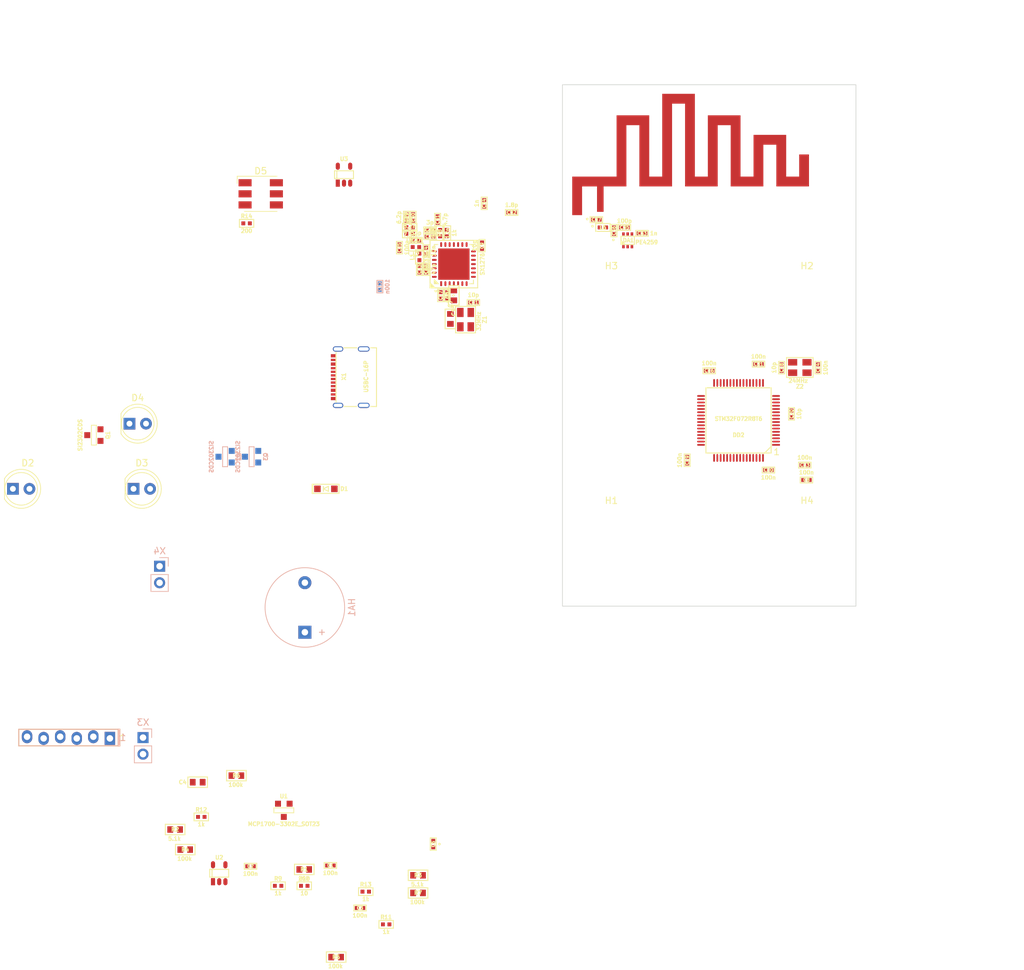
<source format=kicad_pcb>
(kicad_pcb (version 20221018) (generator pcbnew)
  (layers (0 "F.Cu" signal) (31 "B.Cu" signal) (36 "B.SilkS" user "B.Silkscreen") (37 "F.SilkS" user "F.Silkscreen") (38 "B.Mask" user) (39 "F.Mask" user) (44 "Edge.Cuts" user))
  (net 0 "")
  (net 1 "Net-(C3-Pad2)")
  (net 2 "GND")
  (net 3 "/Unst.power")
  (net 4 "+3V3")
  (net 5 "/OSK_IN")
  (net 6 "/L.OSK_IN")
  (net 7 "/L.OSK_OUT")
  (net 8 "/IR_O")
  (net 9 "/Battery")
  (net 10 "/IR_IN2")
  (net 11 "Net-(C2-Pad2)")
  (net 12 "Net-(C22-Pad2)")
  (net 13 "Net-(C5-Pad2)")
  (net 14 "/RX_TX")
  (net 15 "Net-(C6-Pad2)")
  (net 16 "/IR_IN1")
  (net 17 "/UART_TX")
  (net 18 "/UART_RX")
  (net 19 "/L.NSS")
  (net 20 "/L.SCK")
  (net 21 "/L.MISO")
  (net 22 "/L.MOSI")
  (net 23 "/Ant")
  (net 25 "Net-(C13-Pad2)")
  (net 26 "Net-(C14-Pad2)")
  (net 31 "Net-(DD1-Pad20)")
  (net 32 "Net-(DD1-Pad21)")
  (net 37 "/L.RESET")
  (net 39 "/OSK_OUT")
  (net 40 "/USB.D-")
  (net 41 "/USB.D+")
  (net 42 "/SWDIO")
  (net 43 "/SWCLK")
  (net 45 "Net-(C20-Pad2)")
  (net 46 "Net-(C26-Pad2)")
  (net 49 "/Buzzer")
  (net 50 "/LED.R")
  (net 51 "/LED.G")
  (net 52 "/LED.B")
  (net 61 "Net-(C30-Pad2)")
  (net 70 "Net-(C27-Pad1)")
  (net 71 "Net-(C27-Pad2)")
  (net 80 "Net-(Q1-Pad3)")
  (net 81 "Net-(Q2-Pad3)")
  (net 82 "Net-(HA1-Pad2)")
  (net 83 "Net-(D4-Pad1)")
  (net 84 "Net-(C28-Pad1)")
  (net 85 "Net-(R2-Pad1)")
  (net 89 "Net-(Q3-Pad3)")
  (net 90 "Net-(C31-Pad2)")
  (net 91 "Net-(C32-Pad2)")
  (net 92 "Net-(C35-Pad1)")
  (net 93 "Net-(C35-Pad2)")
  (net 94 "/USB.power")
  (net 95 "Net-(D5-Pad1)")
  (net 96 "Net-(D5-Pad2)")
  (net 97 "Net-(D5-Pad3)")
  (net 98 "/L.DIO0")
  (net 99 "/L.DIO1")
  (net 100 "Net-(R3-Pad1)")
  (footprint "Capacitors:CAP_0402" (layer "F.Cu") (at 245.414 87.644 180)
    (fp_text reference "C8")
    (fp_text value "100n")
  )
  (footprint "Capacitors:CAP_0402" (layer "F.Cu") (at 200.2 46.6 180)
    (fp_text reference "C32")
    (fp_text value "1.8p")
  )
  (footprint "Capacitors:CAP_0402" (layer "F.Cu") (at 187.688 50.302 180)
    (fp_text reference "C26")
    (fp_text value "1.5p")
  )
  (footprint "Inductors:IND_0402" (layer "F.Cu") (at 184.564 49.875 180)
    (fp_text reference "L4")
    (fp_text value "8.2n")
  )
  (footprint "Resistors:RES_0402" (layer "F.Cu") (at 190.256 49.75 90)
    (fp_text reference "R8")
    (fp_text value "1k")
  )
  (footprint "Resistors:RES_0603" (layer "F.Cu") (at 150.154 144.349)
    (fp_text reference "R4")
    (fp_text value "100k")
  )
  (footprint "LED_SMD:LED_RGB_5050-6" (layer "F.Cu") (at 161.73 43.74)
    (fp_text reference "D5")
    (fp_text value "LED_BRG_5050")
  )
  (footprint "Capacitors:CAP_0402" (layer "F.Cu") (at 239.585 86.12)
    (fp_text reference "C10")
    (fp_text value "100n")
  )
  (footprint "Capacitors:CAP_0603" (layer "F.Cu") (at 191.348 59.321 90)
    (fp_text reference "C15")
    (fp_text value "10u")
  )
  (footprint "Capacitors:CAP_0402" (layer "F.Cu") (at 230.5 70.88 180)
    (fp_text reference "C16")
    (fp_text value "100n")
  )
  (footprint "Capacitors:CAP_0402" (layer "F.Cu") (at 176.954 153.309)
    (fp_text reference "C3")
    (fp_text value "100n")
  )
  (footprint "Capacitors:CAP_0402" (layer "F.Cu") (at 160.164 146.905)
    (fp_text reference "C2")
    (fp_text value "100n")
  )
  (footprint "Capacitors:CAP_0402" (layer "F.Cu") (at 190.332 59.321 90)
    (fp_text reference "C6")
    (fp_text value "*")
  )
  (footprint "Capacitors:CAP_0402" (layer "F.Cu") (at 187.688 49.286 180)
    (fp_text reference "C28")
    (fp_text value "3p")
  )
  (footprint "Resistors:RES_0402" (layer "F.Cu") (at 177.834 150.799)
    (fp_text reference "R13")
    (fp_text value "1k")
  )
  (footprint "Capacitors:CAP_0402" (layer "F.Cu") (at 243.128 77.497 90)
    (fp_text reference "C20")
    (fp_text value "10p")
  )
  (footprint "Resistors:RES_0603" (layer "F.Cu") (at 158 133)
    (fp_text reference "R6")
    (fp_text value "100k")
  )
  (footprint "Capacitors:CAP_0402" (layer "F.Cu") (at 196 45.2 -90)
    (fp_text reference "C34")
    (fp_text value "1n")
  )
  (footprint "Capacitors:CAP_0402" (layer "F.Cu") (at 185.529 50.891 180)
    (fp_text reference "C27")
    (fp_text value "33p")
  )
  (footprint "Capacitors:CAP_0402" (layer "F.Cu") (at 188.185 143.499 90)
    (fp_text reference "C5")
    (fp_text value "*")
  )
  (footprint "Capacitors:CAP_0402" (layer "F.Cu") (at 227.126 84.609 -90)
    (fp_text reference "C19")
    (fp_text value "100n")
  )
  (footprint "Resistors:RES_0402" (layer "F.Cu") (at 164.394 149.905)
    (fp_text reference "R9")
    (fp_text value "1k")
  )
  (footprint "LED_THT:LED_D5.0mm" (layer "F.Cu") (at 123.725 89)
    (fp_text reference "D2")
    (fp_text value "BL-L515")
  )
  (footprint "Inductors:IND_0402" (layer "F.Cu") (at 186.065 53.408 90)
    (fp_text reference "L1")
    (fp_text value "33n")
  )
  (footprint "MountingHole:MountingHole_3.2mm_M3" (layer "F.Cu") (at 245.5 59)
    (fp_text reference "H2")
    (fp_text value "MountingHole")
  )
  (footprint "Capacitors:CAP_0402" (layer "F.Cu") (at 238.061 69.864 180)
    (fp_text reference "C21")
    (fp_text value "100n")
  )
  (footprint "Diodes:SOD323" (layer "F.Cu") (at 171.725 89)
    (fp_text reference "D1")
    (fp_text value "PMEG3010BEA")
  )
  (footprint "Connectors:USBC_10PF-074" (layer "F.Cu") (at 173.5845 71.869 90)
    (fp_text reference "X1")
    (fp_text value "USBC-16P")
  )
  (footprint "Quartz:03225C4" (layer "F.Cu") (at 244.398 70.385 180)
    (fp_text reference "Z2")
    (fp_text value "24MHz")
  )
  (footprint "Capacitors:CAP_0402" (layer "F.Cu") (at 245.16 85.358 180)
    (fp_text reference "C13")
    (fp_text value "100n")
  )
  (footprint "Capacitors:CAP_0402" (layer "F.Cu") (at 247.192 70.413 90)
    (fp_text reference "C14")
    (fp_text value "100n")
  )
  (footprint "SOT:SOT23-3" (layer "F.Cu") (at 136.144 80.759 -90)
    (fp_text reference "Q1")
    (fp_text value "SI2302CDS")
  )
  (footprint "Resistors:RES_0402" (layer "F.Cu") (at 168.404 149.905)
    (fp_text reference "R10")
    (fp_text value "10")
  )
  (footprint "Capacitors:CAP_0402" (layer "F.Cu") (at 220.2 49.8)
    (fp_text reference "C33")
    (fp_text value "1n")
  )
  (footprint "MountingHole:MountingHole_3.2mm_M3" (layer "F.Cu") (at 245.5 95)
    (fp_text reference "H4")
    (fp_text value "MountingHole")
  )
  (footprint "Capacitors:CAP_0402" (layer "F.Cu") (at 217.5 48.9 180)
    (fp_text reference "C35")
    (fp_text value "100p")
  )
  (footprint "Capacitors:CAP_0402" (layer "F.Cu") (at 188.859 47.688 90)
    (fp_text reference "C31")
    (fp_text value "4.7p")
  )
  (footprint "MountingHole:MountingHole_3.2mm_M3" (layer "F.Cu") (at 215.5 59)
    (fp_text reference "H3")
    (fp_text value "MountingHole")
  )
  (footprint "MountingHole:MountingHole_3.2mm_M3" (layer "F.Cu") (at 215.5 95)
    (fp_text reference "H1")
    (fp_text value "MountingHole")
  )
  (footprint "Resistors:RES_0402" (layer "F.Cu") (at 180.964 155.819)
    (fp_text reference "R11")
    (fp_text value "1k")
  )
  (footprint "Capacitors:CAP_0402" (layer "F.Cu") (at 183 52 90)
    (fp_text reference "C25")
    (fp_text value "100n")
  )
  (footprint "Capacitors:CAP_0402" (layer "F.Cu") (at 172.414 146.785)
    (fp_text reference "C1")
    (fp_text value "100n")
  )
  (footprint "Resistors:RES_0603" (layer "F.Cu") (at 173.294 160.839)
    (fp_text reference "R5")
    (fp_text value "100k")
  )
  (footprint "Inductors:IND_0402" (layer "F.Cu") (at 184.564 48.859)
    (fp_text reference "L5")
    (fp_text value "7.5n")
  )
  (footprint "Resistors:RES_0402" (layer "F.Cu") (at 159.56 48.27)
    (fp_text reference "R14")
    (fp_text value "200")
  )
  (footprint "Capacitors:CAP_0402" (layer "F.Cu") (at 194.343 60.416 180)
    (fp_text reference "C11")
    (fp_text value "10p")
  )
  (footprint "Resistors:RES_0603" (layer "F.Cu") (at 148.604 141.269)
    (fp_text reference "R2")
    (fp_text value "5.1k")
  )
  (footprint "Capacitors:CAP_0402" (layer "F.Cu") (at 185.095 47.363 -90)
    (fp_text reference "C30")
    (fp_text value "39p")
  )
  (footprint "Resistors:RES_0603" (layer "F.Cu") (at 168.404 147.395)
    (fp_text reference "R1")
    (fp_text value "10k")
  )
  (footprint "Capacitors:CAP_0402" (layer "F.Cu") (at 186.065 55.308 90)
    (fp_text reference "C23")
    (fp_text value "10n")
  )
  (footprint "Inductors:IND_0402" (layer "F.Cu") (at 185.534 51.907 180)
    (fp_text reference "L2")
    (fp_text value "9.1n")
  )
  (footprint "LED_THT:LED_D5.0mm" (layer "F.Cu") (at 142.225 89)
    (fp_text reference "D3")
    (fp_text value "BL-L515")
  )
  (footprint "Inductors:IND_0402" (layer "F.Cu") (at 214.2 48.9 180)
    (fp_text reference "L6")
    (fp_text value "*")
  )
  (footprint "Capacitors:CAP_0402" (layer "F.Cu") (at 189.316 59.321 90)
    (fp_text reference "C17")
    (fp_text value "100n")
  )
  (footprint "Resistors:RES_0603" (layer "F.Cu") (at 185.854 151)
    (fp_text reference "R7")
    (fp_text value "100k")
  )
  (footprint "Capacitors:CAP_0603" (layer "F.Cu") (at 190.815 62.928 -90)
    (fp_text reference "C7")
    (fp_text value "10u")
  )
  (footprint "SOT:SOT23-5" (layer "F.Cu") (at 155.364 147.975)
    (fp_text reference "U2")
    (fp_text value "LMV721M5")
  )
  (footprint "Capacitors:CAP_0402" (layer "F.Cu") (at 195.666 51.701 -90)
    (fp_text reference "C9")
    (fp_text value "10p")
  )
  (footprint "LED_THT:LED_D5.0mm_Clear" (layer "F.Cu") (at 141.6 79)
    (fp_text reference "D4")
    (fp_text value "TSAL6200")
  )
  (footprint "QFN_DFN:QFN-28_EP_6x6_Pitch0.65mm" (layer "F.Cu") (at 191.348 54.523 90)
    (fp_text reference "DD1")
    (fp_text value "SX1276")
  )
  (footprint "SOT:SC70" (layer "F.Cu") (at 218 50.875)
    (fp_text reference "DA1")
    (fp_text value "PE4259")
  )
  (footprint "Capacitors:CAP_0402" (layer "F.Cu") (at 187.081 52.514 90)
    (fp_text reference "C24")
    (fp_text value "10n")
  )
  (footprint "Capacitors:CAP_0402" (layer "F.Cu") (at 184.079 47.363 -90)
    (fp_text reference "C29")
    (fp_text value "6.2p")
  )
  (footprint "Resistors:RES_0603" (layer "F.Cu") (at 185.854 148.289)
    (fp_text reference "R3")
    (fp_text value "5.1k")
  )
  (footprint "Capacitors:CAP_0402" (layer "F.Cu") (at 215.9 49.4 -90)
    (fp_text reference "C36")
    (fp_text value "*")
  )
  (footprint "Quartz:03225C4" (layer "F.Cu") (at 193.139 63.04 -90)
    (fp_text reference "Z1")
    (fp_text value "32MHz")
  )
  (footprint "LQFP_TQFP:LQFP64" (layer "F.Cu") (at 235 78.5 180)
    (fp_text reference "DD2")
    (fp_text value "STM32F072R8T6")
  )
  (footprint "Capacitors:CAP_0402" (layer "F.Cu") (at 187.081 55.308 90)
    (fp_text reference "C22")
    (fp_text value "47p")
  )
  (footprint "Inductors:IND_0402" (layer "F.Cu") (at 189.24 49.771 90)
    (fp_text reference "L3")
    (fp_text value "12n")
  )
  (footprint "SOT:SOT23-5" (layer "F.Cu") (at 174.5 40.8)
    (fp_text reference "U3")
    (fp_text value "LMV721M5")
  )
  (footprint "SOT:SOT23-3" (layer "F.Cu") (at 165.27 138.323)
    (fp_text reference "U1")
    (fp_text value "MCP1700-3302E_SOT23")
  )
  (footprint "Capacitors:CAP_0603" (layer "F.Cu") (at 152.062 134.005)
    (fp_text reference "C4")
    (fp_text value "10u")
  )
  (footprint "Capacitors:CAP_0402" (layer "F.Cu") (at 241.604 70.413 -90)
    (fp_text reference "C18")
    (fp_text value "10p")
  )
  (footprint "Resistors:RES_0402" (layer "F.Cu") (at 152.614 139.329)
    (fp_text reference "R12")
    (fp_text value "1k")
  )
  (footprint "Capacitors:CAP_0402" (layer "F.Cu") (at 213.2 47.7 180)
    (fp_text reference "C37")
    (fp_text value "*")
  )
  (footprint "Connector_PinHeader_2.54mm:PinHeader_1x02_P2.54mm_Vertical" (layer "B.Cu") (at 143.68 127.165 180)
    (fp_text reference "X3")
    (fp_text value "HU-2/WF-2 Battery")
  )
  (footprint "Connector_PinHeader_2.54mm:PinHeader_1x02_P2.54mm_Vertical" (layer "B.Cu") (at 146.223 100.873 180)
    (fp_text reference "X4")
    (fp_text value "HU-2/WF-2 SPST Switch")
  )
  (footprint "SOT:SOT23-3" (layer "B.Cu") (at 160.334 84.07 90)
    (fp_text reference "Q3")
    (fp_text value "SI2302CDS")
  )
  (footprint "Capacitors:CAP_0402" (layer "B.Cu") (at 180 57.98 -90)
    (fp_text reference "C12")
    (fp_text value "100n")
  )
  (footprint "SOT:SOT23-3" (layer "B.Cu") (at 156.27 84.07 90)
    (fp_text reference "Q2")
    (fp_text value "SI2302CDS")
  )
  (footprint "Connectors:PLS-6_LOCK" (layer "B.Cu") (at 138.6 127.16 180)
    (fp_text reference "X2" hide)
    (fp_text value "PLS-6 LOCK" hide)
  )
  (footprint "Buzzer_Beeper:Buzzer_12x9.5RM7.6" (layer "B.Cu") (at 168.5 111 90)
    (fp_text reference "HA1")
    (fp_text value "HCM1201X")
  )
  (gr_poly locked (pts (xy 216.3 42.6) (xy 214.3 42.6) (xy 214.3 46.5) (xy 213.3 46.5) (xy 213.3 42.6) (xy 211 42.6) (xy 211 47) (xy 209.5 47) (xy 209.5 41.1) (xy 216.3 41.1) (xy 216.3 31.7) (xy 221.3 31.7) (xy 221.3 41.1) (xy 223.3 41.1) (xy 223.3 28.4) (xy 228.3 28.4) (xy 228.3 41.1) (xy 230.3 41.1) (xy 230.3 31.7) (xy 235.3 31.7) (xy 235.3 41.1) (xy 237.3 41.1) (xy 237.3 34.7) (xy 242.3 34.7) (xy 242.3 41.1) (xy 244.3 41.1) (xy 244.3 37.7) (xy 245.8 37.7) (xy 245.8 42.6) (xy 240.8 42.6) (xy 240.8 36.2) (xy 238.8 36.2) (xy 238.8 42.6) (xy 233.8 42.6) (xy 233.8 33.2) (xy 231.8 33.2) (xy 231.8 42.6) (xy 226.8 42.6) (xy 226.8 29.9) (xy 224.8 29.9) (xy 224.8 42.6) (xy 219.8 42.6) (xy 219.8 33.2) (xy 217.8 33.2) (xy 217.8 42.6)) (stroke (width 0.01)) (fill solid) (layer "F.Cu"))
  (gr_rect (start 208 27) (end 253 107) (stroke (width 0.1)) (fill none) (layer "Edge.Cuts"))
  (segment (start 237.75 70.053) (end 237.561 69.864) (width 0.25) (layer "F.Cu") (net 4))
)
</source>
